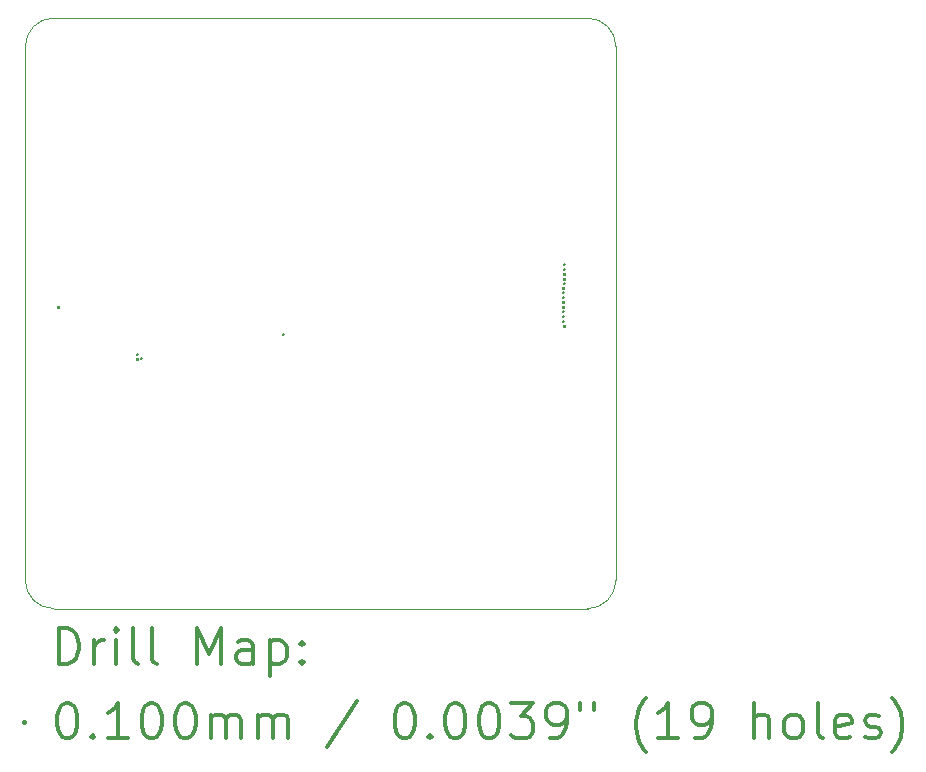
<source format=gbr>
%FSLAX45Y45*%
G04 Gerber Fmt 4.5, Leading zero omitted, Abs format (unit mm)*
G04 Created by KiCad (PCBNEW 5.1.10-88a1d61d58~88~ubuntu20.04.1) date 2021-06-10 18:40:54*
%MOMM*%
%LPD*%
G01*
G04 APERTURE LIST*
%TA.AperFunction,Profile*%
%ADD10C,0.050000*%
%TD*%
%ADD11C,0.200000*%
%ADD12C,0.300000*%
G04 APERTURE END LIST*
D10*
X16500000Y-11410000D02*
G75*
G02*
X16260000Y-11650000I-240000J0D01*
G01*
X11740000Y-11650000D02*
G75*
G02*
X11500000Y-11410000I0J240000D01*
G01*
X16260000Y-6650000D02*
G75*
G02*
X16500000Y-6890000I0J-240000D01*
G01*
X11500000Y-6890000D02*
G75*
G02*
X11740000Y-6650000I240000J0D01*
G01*
X11500000Y-6890000D02*
X11500000Y-7150000D01*
X16260000Y-6650000D02*
X11740000Y-6650000D01*
X16500000Y-11410000D02*
X16500000Y-6890000D01*
X11740000Y-11650000D02*
X16260000Y-11650000D01*
X11500000Y-7150000D02*
X11500000Y-11410000D01*
D11*
X11778983Y-9091984D02*
X11789016Y-9102017D01*
X11789016Y-9091984D02*
X11778983Y-9102017D01*
X12441983Y-9493984D02*
X12452016Y-9504017D01*
X12452016Y-9493984D02*
X12441983Y-9504017D01*
X12441983Y-9530984D02*
X12452016Y-9541017D01*
X12452016Y-9530984D02*
X12441983Y-9541017D01*
X12478983Y-9529984D02*
X12489016Y-9540017D01*
X12489016Y-9529984D02*
X12478983Y-9540017D01*
X13682983Y-9320984D02*
X13693016Y-9331017D01*
X13693016Y-9320984D02*
X13682983Y-9331017D01*
X16048983Y-9090984D02*
X16059016Y-9101017D01*
X16059016Y-9090984D02*
X16048983Y-9101017D01*
X16049983Y-9130984D02*
X16060016Y-9141017D01*
X16060016Y-9130984D02*
X16049983Y-9141017D01*
X16050983Y-8970984D02*
X16061016Y-8981017D01*
X16061016Y-8970984D02*
X16050983Y-8981017D01*
X16050983Y-9011984D02*
X16061016Y-9022017D01*
X16061016Y-9011984D02*
X16050983Y-9022017D01*
X16052060Y-9049658D02*
X16062093Y-9059691D01*
X16062093Y-9049658D02*
X16052060Y-9059691D01*
X16052983Y-8930984D02*
X16063016Y-8941017D01*
X16063016Y-8930984D02*
X16052983Y-8941017D01*
X16052983Y-9169984D02*
X16063016Y-9180017D01*
X16063016Y-9169984D02*
X16052983Y-9180017D01*
X16053983Y-9211984D02*
X16064016Y-9222017D01*
X16064016Y-9211984D02*
X16053983Y-9222017D01*
X16056983Y-8891984D02*
X16067016Y-8902017D01*
X16067016Y-8891984D02*
X16056983Y-8902017D01*
X16057357Y-9251446D02*
X16067390Y-9261479D01*
X16067390Y-9251446D02*
X16057357Y-9261479D01*
X16058983Y-8853984D02*
X16069016Y-8864017D01*
X16069016Y-8853984D02*
X16058983Y-8864017D01*
X16059983Y-8730984D02*
X16070016Y-8741017D01*
X16070016Y-8730984D02*
X16059983Y-8741017D01*
X16060983Y-8770984D02*
X16071016Y-8781017D01*
X16071016Y-8770984D02*
X16060983Y-8781017D01*
X16061983Y-8811984D02*
X16072016Y-8822017D01*
X16072016Y-8811984D02*
X16061983Y-8822017D01*
D12*
X11783928Y-12118214D02*
X11783928Y-11818214D01*
X11855357Y-11818214D01*
X11898214Y-11832500D01*
X11926786Y-11861071D01*
X11941071Y-11889643D01*
X11955357Y-11946786D01*
X11955357Y-11989643D01*
X11941071Y-12046786D01*
X11926786Y-12075357D01*
X11898214Y-12103929D01*
X11855357Y-12118214D01*
X11783928Y-12118214D01*
X12083928Y-12118214D02*
X12083928Y-11918214D01*
X12083928Y-11975357D02*
X12098214Y-11946786D01*
X12112500Y-11932500D01*
X12141071Y-11918214D01*
X12169643Y-11918214D01*
X12269643Y-12118214D02*
X12269643Y-11918214D01*
X12269643Y-11818214D02*
X12255357Y-11832500D01*
X12269643Y-11846786D01*
X12283928Y-11832500D01*
X12269643Y-11818214D01*
X12269643Y-11846786D01*
X12455357Y-12118214D02*
X12426786Y-12103929D01*
X12412500Y-12075357D01*
X12412500Y-11818214D01*
X12612500Y-12118214D02*
X12583928Y-12103929D01*
X12569643Y-12075357D01*
X12569643Y-11818214D01*
X12955357Y-12118214D02*
X12955357Y-11818214D01*
X13055357Y-12032500D01*
X13155357Y-11818214D01*
X13155357Y-12118214D01*
X13426786Y-12118214D02*
X13426786Y-11961071D01*
X13412500Y-11932500D01*
X13383928Y-11918214D01*
X13326786Y-11918214D01*
X13298214Y-11932500D01*
X13426786Y-12103929D02*
X13398214Y-12118214D01*
X13326786Y-12118214D01*
X13298214Y-12103929D01*
X13283928Y-12075357D01*
X13283928Y-12046786D01*
X13298214Y-12018214D01*
X13326786Y-12003929D01*
X13398214Y-12003929D01*
X13426786Y-11989643D01*
X13569643Y-11918214D02*
X13569643Y-12218214D01*
X13569643Y-11932500D02*
X13598214Y-11918214D01*
X13655357Y-11918214D01*
X13683928Y-11932500D01*
X13698214Y-11946786D01*
X13712500Y-11975357D01*
X13712500Y-12061071D01*
X13698214Y-12089643D01*
X13683928Y-12103929D01*
X13655357Y-12118214D01*
X13598214Y-12118214D01*
X13569643Y-12103929D01*
X13841071Y-12089643D02*
X13855357Y-12103929D01*
X13841071Y-12118214D01*
X13826786Y-12103929D01*
X13841071Y-12089643D01*
X13841071Y-12118214D01*
X13841071Y-11932500D02*
X13855357Y-11946786D01*
X13841071Y-11961071D01*
X13826786Y-11946786D01*
X13841071Y-11932500D01*
X13841071Y-11961071D01*
X11487467Y-12607484D02*
X11497500Y-12617517D01*
X11497500Y-12607484D02*
X11487467Y-12617517D01*
X11841071Y-12448214D02*
X11869643Y-12448214D01*
X11898214Y-12462500D01*
X11912500Y-12476786D01*
X11926786Y-12505357D01*
X11941071Y-12562500D01*
X11941071Y-12633929D01*
X11926786Y-12691071D01*
X11912500Y-12719643D01*
X11898214Y-12733929D01*
X11869643Y-12748214D01*
X11841071Y-12748214D01*
X11812500Y-12733929D01*
X11798214Y-12719643D01*
X11783928Y-12691071D01*
X11769643Y-12633929D01*
X11769643Y-12562500D01*
X11783928Y-12505357D01*
X11798214Y-12476786D01*
X11812500Y-12462500D01*
X11841071Y-12448214D01*
X12069643Y-12719643D02*
X12083928Y-12733929D01*
X12069643Y-12748214D01*
X12055357Y-12733929D01*
X12069643Y-12719643D01*
X12069643Y-12748214D01*
X12369643Y-12748214D02*
X12198214Y-12748214D01*
X12283928Y-12748214D02*
X12283928Y-12448214D01*
X12255357Y-12491071D01*
X12226786Y-12519643D01*
X12198214Y-12533929D01*
X12555357Y-12448214D02*
X12583928Y-12448214D01*
X12612500Y-12462500D01*
X12626786Y-12476786D01*
X12641071Y-12505357D01*
X12655357Y-12562500D01*
X12655357Y-12633929D01*
X12641071Y-12691071D01*
X12626786Y-12719643D01*
X12612500Y-12733929D01*
X12583928Y-12748214D01*
X12555357Y-12748214D01*
X12526786Y-12733929D01*
X12512500Y-12719643D01*
X12498214Y-12691071D01*
X12483928Y-12633929D01*
X12483928Y-12562500D01*
X12498214Y-12505357D01*
X12512500Y-12476786D01*
X12526786Y-12462500D01*
X12555357Y-12448214D01*
X12841071Y-12448214D02*
X12869643Y-12448214D01*
X12898214Y-12462500D01*
X12912500Y-12476786D01*
X12926786Y-12505357D01*
X12941071Y-12562500D01*
X12941071Y-12633929D01*
X12926786Y-12691071D01*
X12912500Y-12719643D01*
X12898214Y-12733929D01*
X12869643Y-12748214D01*
X12841071Y-12748214D01*
X12812500Y-12733929D01*
X12798214Y-12719643D01*
X12783928Y-12691071D01*
X12769643Y-12633929D01*
X12769643Y-12562500D01*
X12783928Y-12505357D01*
X12798214Y-12476786D01*
X12812500Y-12462500D01*
X12841071Y-12448214D01*
X13069643Y-12748214D02*
X13069643Y-12548214D01*
X13069643Y-12576786D02*
X13083928Y-12562500D01*
X13112500Y-12548214D01*
X13155357Y-12548214D01*
X13183928Y-12562500D01*
X13198214Y-12591071D01*
X13198214Y-12748214D01*
X13198214Y-12591071D02*
X13212500Y-12562500D01*
X13241071Y-12548214D01*
X13283928Y-12548214D01*
X13312500Y-12562500D01*
X13326786Y-12591071D01*
X13326786Y-12748214D01*
X13469643Y-12748214D02*
X13469643Y-12548214D01*
X13469643Y-12576786D02*
X13483928Y-12562500D01*
X13512500Y-12548214D01*
X13555357Y-12548214D01*
X13583928Y-12562500D01*
X13598214Y-12591071D01*
X13598214Y-12748214D01*
X13598214Y-12591071D02*
X13612500Y-12562500D01*
X13641071Y-12548214D01*
X13683928Y-12548214D01*
X13712500Y-12562500D01*
X13726786Y-12591071D01*
X13726786Y-12748214D01*
X14312500Y-12433929D02*
X14055357Y-12819643D01*
X14698214Y-12448214D02*
X14726786Y-12448214D01*
X14755357Y-12462500D01*
X14769643Y-12476786D01*
X14783928Y-12505357D01*
X14798214Y-12562500D01*
X14798214Y-12633929D01*
X14783928Y-12691071D01*
X14769643Y-12719643D01*
X14755357Y-12733929D01*
X14726786Y-12748214D01*
X14698214Y-12748214D01*
X14669643Y-12733929D01*
X14655357Y-12719643D01*
X14641071Y-12691071D01*
X14626786Y-12633929D01*
X14626786Y-12562500D01*
X14641071Y-12505357D01*
X14655357Y-12476786D01*
X14669643Y-12462500D01*
X14698214Y-12448214D01*
X14926786Y-12719643D02*
X14941071Y-12733929D01*
X14926786Y-12748214D01*
X14912500Y-12733929D01*
X14926786Y-12719643D01*
X14926786Y-12748214D01*
X15126786Y-12448214D02*
X15155357Y-12448214D01*
X15183928Y-12462500D01*
X15198214Y-12476786D01*
X15212500Y-12505357D01*
X15226786Y-12562500D01*
X15226786Y-12633929D01*
X15212500Y-12691071D01*
X15198214Y-12719643D01*
X15183928Y-12733929D01*
X15155357Y-12748214D01*
X15126786Y-12748214D01*
X15098214Y-12733929D01*
X15083928Y-12719643D01*
X15069643Y-12691071D01*
X15055357Y-12633929D01*
X15055357Y-12562500D01*
X15069643Y-12505357D01*
X15083928Y-12476786D01*
X15098214Y-12462500D01*
X15126786Y-12448214D01*
X15412500Y-12448214D02*
X15441071Y-12448214D01*
X15469643Y-12462500D01*
X15483928Y-12476786D01*
X15498214Y-12505357D01*
X15512500Y-12562500D01*
X15512500Y-12633929D01*
X15498214Y-12691071D01*
X15483928Y-12719643D01*
X15469643Y-12733929D01*
X15441071Y-12748214D01*
X15412500Y-12748214D01*
X15383928Y-12733929D01*
X15369643Y-12719643D01*
X15355357Y-12691071D01*
X15341071Y-12633929D01*
X15341071Y-12562500D01*
X15355357Y-12505357D01*
X15369643Y-12476786D01*
X15383928Y-12462500D01*
X15412500Y-12448214D01*
X15612500Y-12448214D02*
X15798214Y-12448214D01*
X15698214Y-12562500D01*
X15741071Y-12562500D01*
X15769643Y-12576786D01*
X15783928Y-12591071D01*
X15798214Y-12619643D01*
X15798214Y-12691071D01*
X15783928Y-12719643D01*
X15769643Y-12733929D01*
X15741071Y-12748214D01*
X15655357Y-12748214D01*
X15626786Y-12733929D01*
X15612500Y-12719643D01*
X15941071Y-12748214D02*
X15998214Y-12748214D01*
X16026786Y-12733929D01*
X16041071Y-12719643D01*
X16069643Y-12676786D01*
X16083928Y-12619643D01*
X16083928Y-12505357D01*
X16069643Y-12476786D01*
X16055357Y-12462500D01*
X16026786Y-12448214D01*
X15969643Y-12448214D01*
X15941071Y-12462500D01*
X15926786Y-12476786D01*
X15912500Y-12505357D01*
X15912500Y-12576786D01*
X15926786Y-12605357D01*
X15941071Y-12619643D01*
X15969643Y-12633929D01*
X16026786Y-12633929D01*
X16055357Y-12619643D01*
X16069643Y-12605357D01*
X16083928Y-12576786D01*
X16198214Y-12448214D02*
X16198214Y-12505357D01*
X16312500Y-12448214D02*
X16312500Y-12505357D01*
X16755357Y-12862500D02*
X16741071Y-12848214D01*
X16712500Y-12805357D01*
X16698214Y-12776786D01*
X16683928Y-12733929D01*
X16669643Y-12662500D01*
X16669643Y-12605357D01*
X16683928Y-12533929D01*
X16698214Y-12491071D01*
X16712500Y-12462500D01*
X16741071Y-12419643D01*
X16755357Y-12405357D01*
X17026786Y-12748214D02*
X16855357Y-12748214D01*
X16941071Y-12748214D02*
X16941071Y-12448214D01*
X16912500Y-12491071D01*
X16883928Y-12519643D01*
X16855357Y-12533929D01*
X17169643Y-12748214D02*
X17226786Y-12748214D01*
X17255357Y-12733929D01*
X17269643Y-12719643D01*
X17298214Y-12676786D01*
X17312500Y-12619643D01*
X17312500Y-12505357D01*
X17298214Y-12476786D01*
X17283928Y-12462500D01*
X17255357Y-12448214D01*
X17198214Y-12448214D01*
X17169643Y-12462500D01*
X17155357Y-12476786D01*
X17141071Y-12505357D01*
X17141071Y-12576786D01*
X17155357Y-12605357D01*
X17169643Y-12619643D01*
X17198214Y-12633929D01*
X17255357Y-12633929D01*
X17283928Y-12619643D01*
X17298214Y-12605357D01*
X17312500Y-12576786D01*
X17669643Y-12748214D02*
X17669643Y-12448214D01*
X17798214Y-12748214D02*
X17798214Y-12591071D01*
X17783928Y-12562500D01*
X17755357Y-12548214D01*
X17712500Y-12548214D01*
X17683928Y-12562500D01*
X17669643Y-12576786D01*
X17983928Y-12748214D02*
X17955357Y-12733929D01*
X17941071Y-12719643D01*
X17926786Y-12691071D01*
X17926786Y-12605357D01*
X17941071Y-12576786D01*
X17955357Y-12562500D01*
X17983928Y-12548214D01*
X18026786Y-12548214D01*
X18055357Y-12562500D01*
X18069643Y-12576786D01*
X18083928Y-12605357D01*
X18083928Y-12691071D01*
X18069643Y-12719643D01*
X18055357Y-12733929D01*
X18026786Y-12748214D01*
X17983928Y-12748214D01*
X18255357Y-12748214D02*
X18226786Y-12733929D01*
X18212500Y-12705357D01*
X18212500Y-12448214D01*
X18483928Y-12733929D02*
X18455357Y-12748214D01*
X18398214Y-12748214D01*
X18369643Y-12733929D01*
X18355357Y-12705357D01*
X18355357Y-12591071D01*
X18369643Y-12562500D01*
X18398214Y-12548214D01*
X18455357Y-12548214D01*
X18483928Y-12562500D01*
X18498214Y-12591071D01*
X18498214Y-12619643D01*
X18355357Y-12648214D01*
X18612500Y-12733929D02*
X18641071Y-12748214D01*
X18698214Y-12748214D01*
X18726786Y-12733929D01*
X18741071Y-12705357D01*
X18741071Y-12691071D01*
X18726786Y-12662500D01*
X18698214Y-12648214D01*
X18655357Y-12648214D01*
X18626786Y-12633929D01*
X18612500Y-12605357D01*
X18612500Y-12591071D01*
X18626786Y-12562500D01*
X18655357Y-12548214D01*
X18698214Y-12548214D01*
X18726786Y-12562500D01*
X18841071Y-12862500D02*
X18855357Y-12848214D01*
X18883928Y-12805357D01*
X18898214Y-12776786D01*
X18912500Y-12733929D01*
X18926786Y-12662500D01*
X18926786Y-12605357D01*
X18912500Y-12533929D01*
X18898214Y-12491071D01*
X18883928Y-12462500D01*
X18855357Y-12419643D01*
X18841071Y-12405357D01*
M02*

</source>
